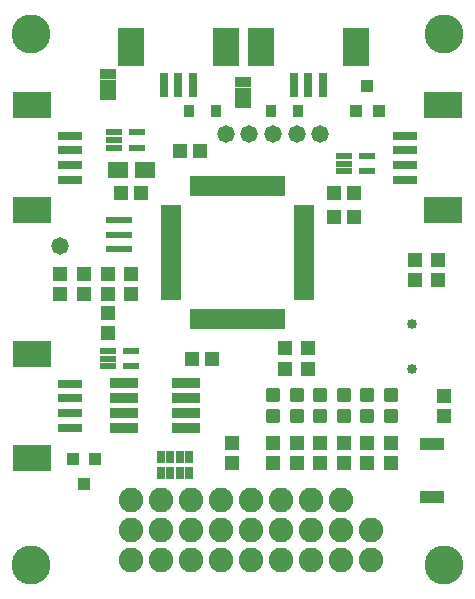
<source format=gts>
G75*
%MOIN*%
%OFA0B0*%
%FSLAX25Y25*%
%IPPOS*%
%LPD*%
%AMOC8*
5,1,8,0,0,1.08239X$1,22.5*
%
%ADD10C,0.13005*%
%ADD11R,0.06600X0.01900*%
%ADD12R,0.01900X0.06600*%
%ADD13R,0.06800X0.05800*%
%ADD14R,0.05131X0.04737*%
%ADD15R,0.04737X0.05131*%
%ADD16R,0.08674X0.02375*%
%ADD17R,0.02769X0.07887*%
%ADD18R,0.09068X0.12611*%
%ADD19R,0.07887X0.02769*%
%ADD20R,0.12611X0.09068*%
%ADD21C,0.03359*%
%ADD22C,0.01421*%
%ADD23C,0.05800*%
%ADD24R,0.09500X0.03200*%
%ADD25C,0.08200*%
%ADD26R,0.05400X0.02200*%
%ADD27R,0.03950X0.04343*%
%ADD28R,0.03280X0.04068*%
%ADD29R,0.02769X0.03950*%
%ADD30R,0.05800X0.03300*%
%ADD31R,0.07887X0.03950*%
D10*
X0019217Y0019217D03*
X0157012Y0019217D03*
X0157012Y0196382D03*
X0019217Y0196382D03*
D11*
X0066014Y0138347D03*
X0066014Y0136347D03*
X0066014Y0134347D03*
X0066014Y0132447D03*
X0066014Y0130447D03*
X0066014Y0128447D03*
X0066014Y0126547D03*
X0066014Y0124547D03*
X0066014Y0122547D03*
X0066014Y0120547D03*
X0066014Y0118647D03*
X0066014Y0116647D03*
X0066014Y0114647D03*
X0066014Y0112747D03*
X0066014Y0110747D03*
X0066014Y0108747D03*
X0110214Y0108747D03*
X0110214Y0110747D03*
X0110214Y0112747D03*
X0110214Y0114647D03*
X0110214Y0116647D03*
X0110214Y0118647D03*
X0110214Y0120547D03*
X0110214Y0122547D03*
X0110214Y0124547D03*
X0110214Y0126547D03*
X0110214Y0128447D03*
X0110214Y0130447D03*
X0110214Y0132447D03*
X0110214Y0134347D03*
X0110214Y0136347D03*
X0110214Y0138347D03*
D12*
X0102914Y0145647D03*
X0100914Y0145647D03*
X0098914Y0145647D03*
X0097014Y0145647D03*
X0095014Y0145647D03*
X0093014Y0145647D03*
X0091114Y0145647D03*
X0089114Y0145647D03*
X0087114Y0145647D03*
X0085114Y0145647D03*
X0083214Y0145647D03*
X0081214Y0145647D03*
X0079214Y0145647D03*
X0077314Y0145647D03*
X0075314Y0145647D03*
X0073314Y0145647D03*
X0073314Y0101447D03*
X0075314Y0101447D03*
X0077314Y0101447D03*
X0079214Y0101447D03*
X0081214Y0101447D03*
X0083214Y0101447D03*
X0085114Y0101447D03*
X0087114Y0101447D03*
X0089114Y0101447D03*
X0091114Y0101447D03*
X0093014Y0101447D03*
X0095014Y0101447D03*
X0097014Y0101447D03*
X0098914Y0101447D03*
X0100914Y0101447D03*
X0102914Y0101447D03*
D13*
X0057181Y0151106D03*
X0048181Y0151106D03*
D14*
X0049335Y0143232D03*
X0056028Y0143232D03*
X0069020Y0157406D03*
X0075713Y0157406D03*
X0120201Y0143232D03*
X0126894Y0143232D03*
X0126894Y0135358D03*
X0120201Y0135358D03*
X0079650Y0088114D03*
X0072957Y0088114D03*
D15*
X0052681Y0109571D03*
X0052681Y0116264D03*
X0044807Y0116264D03*
X0044807Y0109571D03*
X0044807Y0103272D03*
X0044807Y0096579D03*
X0036933Y0109571D03*
X0036933Y0116264D03*
X0029059Y0116264D03*
X0029059Y0109571D03*
X0086146Y0059965D03*
X0086146Y0053272D03*
X0099925Y0053272D03*
X0099925Y0059965D03*
X0107799Y0059965D03*
X0107799Y0053272D03*
X0115673Y0053272D03*
X0115673Y0059965D03*
X0123547Y0059965D03*
X0123547Y0053272D03*
X0131421Y0053272D03*
X0131421Y0059965D03*
X0139295Y0059965D03*
X0139295Y0053272D03*
X0157012Y0069020D03*
X0157012Y0075713D03*
X0155043Y0114295D03*
X0155043Y0120988D03*
X0147169Y0120988D03*
X0147169Y0114295D03*
X0111736Y0091461D03*
X0111736Y0084768D03*
X0103862Y0084768D03*
X0103862Y0091461D03*
D16*
X0048744Y0124728D03*
X0048744Y0129453D03*
X0048744Y0134177D03*
D17*
X0063508Y0179453D03*
X0068429Y0179453D03*
X0073350Y0179453D03*
X0106815Y0179453D03*
X0111736Y0179453D03*
X0116657Y0179453D03*
D18*
X0127484Y0192051D03*
X0095988Y0192051D03*
X0084177Y0192051D03*
X0052681Y0192051D03*
D19*
X0032209Y0162425D03*
X0032209Y0157504D03*
X0032209Y0152583D03*
X0032209Y0147661D03*
X0032209Y0079748D03*
X0032209Y0074827D03*
X0032209Y0069906D03*
X0032209Y0064984D03*
X0144020Y0147661D03*
X0144020Y0152583D03*
X0144020Y0157504D03*
X0144020Y0162425D03*
D20*
X0156618Y0172465D03*
X0156618Y0137622D03*
X0019610Y0137622D03*
X0019610Y0172465D03*
X0019610Y0089787D03*
X0019610Y0054945D03*
D21*
X0146382Y0084571D03*
X0146382Y0099531D03*
D22*
X0140953Y0074161D02*
X0137637Y0074161D01*
X0137637Y0077477D01*
X0140953Y0077477D01*
X0140953Y0074161D01*
X0140953Y0075581D02*
X0137637Y0075581D01*
X0137637Y0077001D02*
X0140953Y0077001D01*
X0140953Y0067255D02*
X0137637Y0067255D01*
X0137637Y0070571D01*
X0140953Y0070571D01*
X0140953Y0067255D01*
X0140953Y0068675D02*
X0137637Y0068675D01*
X0137637Y0070095D02*
X0140953Y0070095D01*
X0133079Y0067255D02*
X0129763Y0067255D01*
X0129763Y0070571D01*
X0133079Y0070571D01*
X0133079Y0067255D01*
X0133079Y0068675D02*
X0129763Y0068675D01*
X0129763Y0070095D02*
X0133079Y0070095D01*
X0133079Y0074161D02*
X0129763Y0074161D01*
X0129763Y0077477D01*
X0133079Y0077477D01*
X0133079Y0074161D01*
X0133079Y0075581D02*
X0129763Y0075581D01*
X0129763Y0077001D02*
X0133079Y0077001D01*
X0125205Y0074161D02*
X0121889Y0074161D01*
X0121889Y0077477D01*
X0125205Y0077477D01*
X0125205Y0074161D01*
X0125205Y0075581D02*
X0121889Y0075581D01*
X0121889Y0077001D02*
X0125205Y0077001D01*
X0125205Y0067255D02*
X0121889Y0067255D01*
X0121889Y0070571D01*
X0125205Y0070571D01*
X0125205Y0067255D01*
X0125205Y0068675D02*
X0121889Y0068675D01*
X0121889Y0070095D02*
X0125205Y0070095D01*
X0117331Y0067255D02*
X0114015Y0067255D01*
X0114015Y0070571D01*
X0117331Y0070571D01*
X0117331Y0067255D01*
X0117331Y0068675D02*
X0114015Y0068675D01*
X0114015Y0070095D02*
X0117331Y0070095D01*
X0117331Y0074161D02*
X0114015Y0074161D01*
X0114015Y0077477D01*
X0117331Y0077477D01*
X0117331Y0074161D01*
X0117331Y0075581D02*
X0114015Y0075581D01*
X0114015Y0077001D02*
X0117331Y0077001D01*
X0109457Y0074161D02*
X0106141Y0074161D01*
X0106141Y0077477D01*
X0109457Y0077477D01*
X0109457Y0074161D01*
X0109457Y0075581D02*
X0106141Y0075581D01*
X0106141Y0077001D02*
X0109457Y0077001D01*
X0109457Y0067255D02*
X0106141Y0067255D01*
X0106141Y0070571D01*
X0109457Y0070571D01*
X0109457Y0067255D01*
X0109457Y0068675D02*
X0106141Y0068675D01*
X0106141Y0070095D02*
X0109457Y0070095D01*
X0101583Y0067255D02*
X0098267Y0067255D01*
X0098267Y0070571D01*
X0101583Y0070571D01*
X0101583Y0067255D01*
X0101583Y0068675D02*
X0098267Y0068675D01*
X0098267Y0070095D02*
X0101583Y0070095D01*
X0101583Y0074161D02*
X0098267Y0074161D01*
X0098267Y0077477D01*
X0101583Y0077477D01*
X0101583Y0074161D01*
X0101583Y0075581D02*
X0098267Y0075581D01*
X0098267Y0077001D02*
X0101583Y0077001D01*
D23*
X0099925Y0162917D03*
X0092051Y0162917D03*
X0084177Y0162917D03*
X0107799Y0162917D03*
X0115673Y0162917D03*
X0029059Y0125516D03*
D24*
X0050255Y0079866D03*
X0050255Y0074866D03*
X0050255Y0069866D03*
X0050255Y0064866D03*
X0070855Y0064866D03*
X0070855Y0069866D03*
X0070855Y0074866D03*
X0070855Y0079866D03*
D25*
X0072681Y0040870D03*
X0072681Y0030870D03*
X0072681Y0020870D03*
X0082681Y0020870D03*
X0082681Y0030870D03*
X0082681Y0040870D03*
X0092681Y0040870D03*
X0092681Y0030870D03*
X0092681Y0020870D03*
X0102681Y0020870D03*
X0102681Y0030870D03*
X0102681Y0040870D03*
X0112681Y0040870D03*
X0112681Y0030870D03*
X0112681Y0020870D03*
X0122681Y0020870D03*
X0122681Y0030870D03*
X0122681Y0040870D03*
X0132681Y0030870D03*
X0132681Y0020870D03*
X0062681Y0020870D03*
X0062681Y0030870D03*
X0062681Y0040870D03*
X0052681Y0040870D03*
X0052681Y0030870D03*
X0052681Y0020870D03*
D26*
X0052544Y0085514D03*
X0052544Y0090714D03*
X0044944Y0090714D03*
X0044944Y0088114D03*
X0044944Y0085514D03*
X0046913Y0158349D03*
X0046913Y0160949D03*
X0046913Y0163549D03*
X0054513Y0163549D03*
X0054513Y0158349D03*
X0123684Y0155675D03*
X0123684Y0153075D03*
X0123684Y0150475D03*
X0131284Y0150475D03*
X0131284Y0155675D03*
D27*
X0127681Y0170791D03*
X0135161Y0170791D03*
X0131421Y0179059D03*
X0040673Y0054650D03*
X0036933Y0046382D03*
X0033193Y0054650D03*
D28*
X0071776Y0170791D03*
X0080831Y0170791D03*
X0099335Y0170791D03*
X0108390Y0170791D03*
D29*
X0071972Y0055437D03*
X0068823Y0055437D03*
X0065673Y0055437D03*
X0062524Y0055437D03*
X0062524Y0049925D03*
X0065673Y0049925D03*
X0068823Y0049925D03*
X0071972Y0049925D03*
D30*
X0090083Y0173197D03*
X0090083Y0176697D03*
X0090083Y0180197D03*
X0044807Y0179453D03*
X0044807Y0182953D03*
X0044807Y0175953D03*
D31*
X0153075Y0059492D03*
X0153075Y0041933D03*
M02*

</source>
